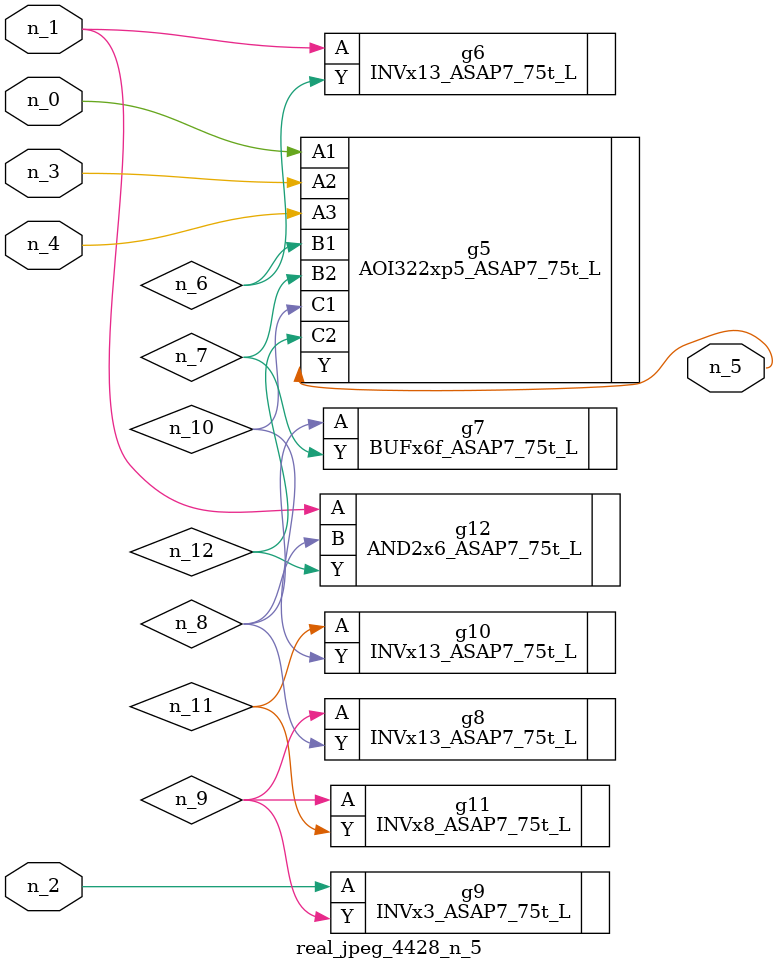
<source format=v>
module real_jpeg_4428_n_5 (n_4, n_0, n_1, n_2, n_3, n_5);

input n_4;
input n_0;
input n_1;
input n_2;
input n_3;

output n_5;

wire n_12;
wire n_8;
wire n_11;
wire n_6;
wire n_7;
wire n_10;
wire n_9;

AOI322xp5_ASAP7_75t_L g5 ( 
.A1(n_0),
.A2(n_3),
.A3(n_4),
.B1(n_6),
.B2(n_7),
.C1(n_10),
.C2(n_12),
.Y(n_5)
);

INVx13_ASAP7_75t_L g6 ( 
.A(n_1),
.Y(n_6)
);

AND2x6_ASAP7_75t_L g12 ( 
.A(n_1),
.B(n_8),
.Y(n_12)
);

INVx3_ASAP7_75t_L g9 ( 
.A(n_2),
.Y(n_9)
);

BUFx6f_ASAP7_75t_L g7 ( 
.A(n_8),
.Y(n_7)
);

INVx13_ASAP7_75t_L g8 ( 
.A(n_9),
.Y(n_8)
);

INVx8_ASAP7_75t_L g11 ( 
.A(n_9),
.Y(n_11)
);

INVx13_ASAP7_75t_L g10 ( 
.A(n_11),
.Y(n_10)
);


endmodule
</source>
